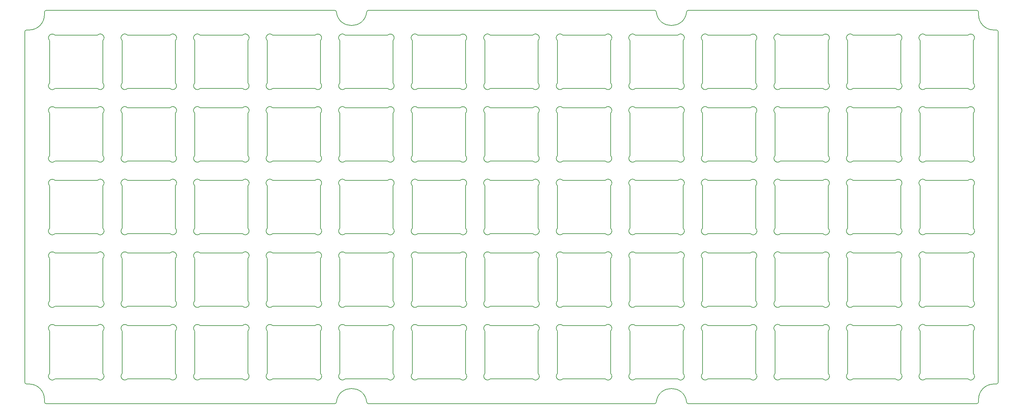
<source format=gm1>
G04 #@! TF.GenerationSoftware,KiCad,Pcbnew,5.1.9+dfsg1-1*
G04 #@! TF.CreationDate,2021-12-29T02:10:06+01:00*
G04 #@! TF.ProjectId,okey65-top-plate,6f6b6579-3635-42d7-946f-702d706c6174,rev?*
G04 #@! TF.SameCoordinates,Original*
G04 #@! TF.FileFunction,Profile,NP*
%FSLAX46Y46*%
G04 Gerber Fmt 4.6, Leading zero omitted, Abs format (unit mm)*
G04 Created by KiCad (PCBNEW 5.1.9+dfsg1-1) date 2021-12-29 02:10:06*
%MOMM*%
%LPD*%
G01*
G04 APERTURE LIST*
G04 #@! TA.AperFunction,Profile*
%ADD10C,0.200000*%
G04 #@! TD*
G04 APERTURE END LIST*
D10*
X236431893Y-134560679D02*
G75*
G02*
X235017679Y-135974893I-707107J-707107D01*
G01*
X122131893Y-104339107D02*
X122131893Y-115510679D01*
X108131893Y-134560679D02*
X108131893Y-123389106D01*
X127181893Y-85289107D02*
G75*
G02*
X128596107Y-83874893I707107J707107D01*
G01*
X90496107Y-155024893D02*
X101667680Y-155024893D01*
X127181893Y-123389105D02*
G75*
G02*
X128596107Y-121974893I707107J707106D01*
G01*
X185746106Y-83874893D02*
X196917679Y-83874893D01*
X44517680Y-64824893D02*
X33346107Y-64824893D01*
X44517681Y-64824893D02*
G75*
G02*
X45931893Y-66239107I707106J-707107D01*
G01*
X64981894Y-134560679D02*
G75*
G02*
X63567680Y-135974893I-707107J-707107D01*
G01*
X236431893Y-115510679D02*
G75*
G02*
X235017679Y-116924893I-707107J-707107D01*
G01*
X217381893Y-85289107D02*
X217381893Y-96460680D01*
X33346107Y-116924893D02*
G75*
G02*
X31931893Y-115510679I-707107J707107D01*
G01*
X160231893Y-134560679D02*
G75*
G02*
X158817679Y-135974893I-707107J-707107D01*
G01*
X255481893Y-85289107D02*
X255481893Y-96460680D01*
X255481893Y-96460681D02*
G75*
G02*
X254067679Y-97874893I-707107J-707106D01*
G01*
X158817679Y-135974893D02*
X147646107Y-135974893D01*
X222431892Y-123389106D02*
G75*
G02*
X223846106Y-121974892I707107J707107D01*
G01*
X215967679Y-141024893D02*
X204796106Y-141024893D01*
X141181893Y-134560679D02*
X141181893Y-123389106D01*
X127181893Y-123389106D02*
X127181893Y-134560679D01*
X84031893Y-123389106D02*
X84031893Y-134560679D01*
X274531893Y-153610679D02*
X274531893Y-142439106D01*
X50981893Y-85289107D02*
G75*
G02*
X52396107Y-83874893I707107J707107D01*
G01*
X203381893Y-66239107D02*
X203381893Y-77410680D01*
X203381892Y-66239107D02*
G75*
G02*
X204796106Y-64824893I707107J707107D01*
G01*
X127181893Y-115510679D02*
X127181893Y-104339107D01*
X241481893Y-134560679D02*
X241481893Y-123389106D01*
X71446107Y-155024893D02*
G75*
G02*
X70031893Y-153610679I-707107J707107D01*
G01*
X128596107Y-155024893D02*
G75*
G02*
X127181893Y-153610679I-707107J707107D01*
G01*
X165281892Y-123389105D02*
G75*
G02*
X166696106Y-121974893I707107J707106D01*
G01*
X31931893Y-96460680D02*
X31931893Y-85289107D01*
X109546107Y-78824893D02*
X120717680Y-78824893D01*
X90496107Y-78824894D02*
G75*
G02*
X89081893Y-77410680I-707107J707107D01*
G01*
X235017679Y-97874893D02*
X223846106Y-97874893D01*
X235017679Y-141024892D02*
G75*
G02*
X236431893Y-142439106I707107J-707107D01*
G01*
X260531893Y-66239107D02*
X260531893Y-77410680D01*
X260531892Y-66239107D02*
G75*
G02*
X261946106Y-64824893I707107J707107D01*
G01*
X31931893Y-142439106D02*
X31931893Y-153610679D01*
X242896106Y-78824893D02*
X254067679Y-78824893D01*
X223846105Y-78824894D02*
G75*
G02*
X222431893Y-77410680I-707106J707107D01*
G01*
X184331892Y-104339107D02*
G75*
G02*
X185746106Y-102924893I707107J707107D01*
G01*
X255481893Y-134560679D02*
G75*
G02*
X254067679Y-135974893I-707107J-707107D01*
G01*
X273117679Y-121974892D02*
G75*
G02*
X274531893Y-123389106I707107J-707107D01*
G01*
X165281893Y-85289107D02*
X165281893Y-96460680D01*
X215967679Y-102924893D02*
G75*
G02*
X217381893Y-104339107I707107J-707107D01*
G01*
X254067679Y-102924893D02*
G75*
G02*
X255481893Y-104339107I707107J-707107D01*
G01*
X196917679Y-116924893D02*
X185746106Y-116924893D01*
X204796106Y-78824893D02*
X215967679Y-78824893D01*
X185746105Y-78824894D02*
G75*
G02*
X184331893Y-77410680I-707106J707107D01*
G01*
X101667680Y-135974893D02*
X90496107Y-135974893D01*
X222431893Y-142439106D02*
X222431893Y-153610679D01*
X31931893Y-66239107D02*
X31931893Y-77410680D01*
X31931893Y-66239107D02*
G75*
G02*
X33346107Y-64824893I707107J707107D01*
G01*
X160231893Y-142439106D02*
X160231893Y-153610679D01*
X158817679Y-78824893D02*
X147646107Y-78824893D01*
X139767681Y-64824893D02*
G75*
G02*
X141181893Y-66239107I707106J-707107D01*
G01*
X255481893Y-77410680D02*
X255481893Y-66239107D01*
X255481893Y-77410681D02*
G75*
G02*
X254067679Y-78824893I-707107J-707106D01*
G01*
X139767681Y-83874893D02*
G75*
G02*
X141181893Y-85289107I707106J-707107D01*
G01*
X64981893Y-85289107D02*
X64981893Y-96460680D01*
X147646107Y-83874893D02*
X158817679Y-83874893D01*
X166696106Y-97874893D02*
X177867679Y-97874893D01*
X82617681Y-141024892D02*
G75*
G02*
X84031893Y-142439106I707106J-707107D01*
G01*
X44517681Y-102924893D02*
G75*
G02*
X45931893Y-104339107I707106J-707107D01*
G01*
X204796106Y-121974893D02*
X215967679Y-121974893D01*
X185746105Y-97874894D02*
G75*
G02*
X184331893Y-96460680I-707106J707107D01*
G01*
X71446107Y-116924893D02*
G75*
G02*
X70031893Y-115510679I-707107J707107D01*
G01*
X106759759Y-58299893D02*
G75*
G02*
X107256662Y-58744338I-1J-500000D01*
G01*
X31078466Y-58299893D02*
X106759758Y-58299893D01*
X191256661Y-161105449D02*
G75*
G02*
X190759757Y-161549893I-496904J55556D01*
G01*
X191256660Y-161105449D02*
G75*
G02*
X199207124Y-161105448I3975232J-444444D01*
G01*
X50981893Y-123389105D02*
G75*
G02*
X52396107Y-121974893I707107J707106D01*
G01*
X33346107Y-121974893D02*
X44517680Y-121974893D01*
X177867679Y-102924893D02*
G75*
G02*
X179281893Y-104339107I707107J-707107D01*
G01*
X52396107Y-78824893D02*
X63567680Y-78824893D01*
X33346107Y-78824894D02*
G75*
G02*
X31931893Y-77410680I-707107J707107D01*
G01*
X166696106Y-141024893D02*
X177867679Y-141024893D01*
X236431893Y-153610679D02*
G75*
G02*
X235017679Y-155024893I-707107J-707107D01*
G01*
X101667680Y-102924893D02*
X90496107Y-102924893D01*
X166696106Y-64824893D02*
X177867679Y-64824893D01*
X166696105Y-78824894D02*
G75*
G02*
X165281893Y-77410680I-707106J707107D01*
G01*
X223846105Y-116924893D02*
G75*
G02*
X222431893Y-115510679I-707106J707107D01*
G01*
X127181893Y-85289107D02*
X127181893Y-96460680D01*
X166696106Y-102924893D02*
X177867679Y-102924893D01*
X165281893Y-153610679D02*
X165281893Y-142439106D01*
X122131894Y-134560679D02*
G75*
G02*
X120717680Y-135974893I-707107J-707107D01*
G01*
X235017679Y-102924893D02*
X223846106Y-102924893D01*
X217381893Y-153610679D02*
G75*
G02*
X215967679Y-155024893I-707107J-707107D01*
G01*
X71446107Y-116924893D02*
X82617680Y-116924893D01*
X103081894Y-96460681D02*
G75*
G02*
X101667680Y-97874893I-707107J-707106D01*
G01*
X33346107Y-135974893D02*
G75*
G02*
X31931893Y-134560679I-707107J707107D01*
G01*
X33346107Y-116924893D02*
X44517680Y-116924893D01*
X122131893Y-77410680D02*
X122131893Y-66239107D01*
X122131894Y-77410681D02*
G75*
G02*
X120717680Y-78824893I-707107J-707106D01*
G01*
X108131893Y-96460680D02*
X108131893Y-85289107D01*
X203381893Y-104339107D02*
X203381893Y-115510679D01*
X260531892Y-142439105D02*
G75*
G02*
X261946106Y-141024893I707107J707106D01*
G01*
X242896106Y-83874893D02*
X254067679Y-83874893D01*
X242896105Y-97874894D02*
G75*
G02*
X241481893Y-96460680I-707106J707107D01*
G01*
X84031894Y-96460680D02*
G75*
G02*
X82617680Y-97874894I-707107J-707107D01*
G01*
X128596107Y-135974893D02*
X139767680Y-135974893D01*
X215967679Y-97874893D02*
X204796106Y-97874893D01*
X103081893Y-123389106D02*
X103081893Y-134560679D01*
X63567680Y-141024893D02*
X52396107Y-141024893D01*
X128596107Y-116924893D02*
G75*
G02*
X127181893Y-115510679I-707107J707107D01*
G01*
X273117679Y-102924893D02*
G75*
G02*
X274531893Y-104339107I707107J-707107D01*
G01*
X33346107Y-78824893D02*
X44517680Y-78824893D01*
X273117679Y-83874893D02*
G75*
G02*
X274531893Y-85289107I707107J-707107D01*
G01*
X241481892Y-142439105D02*
G75*
G02*
X242896106Y-141024893I707107J707106D01*
G01*
X31078466Y-161549893D02*
G75*
G02*
X30578466Y-161049893I0J500000D01*
G01*
X106759758Y-161549893D02*
X31078466Y-161549893D01*
X127181893Y-104339107D02*
G75*
G02*
X128596107Y-102924893I707107J707107D01*
G01*
X52396107Y-135974893D02*
G75*
G02*
X50981893Y-134560679I-707107J707107D01*
G01*
X31931893Y-134560679D02*
X31931893Y-123389106D01*
X122131894Y-153610679D02*
G75*
G02*
X120717680Y-155024893I-707107J-707107D01*
G01*
X45931894Y-134560679D02*
G75*
G02*
X44517680Y-135974893I-707107J-707107D01*
G01*
X71446107Y-155024893D02*
X82617680Y-155024893D01*
X179281893Y-96460681D02*
G75*
G02*
X177867679Y-97874893I-707107J-707106D01*
G01*
X90496107Y-83874893D02*
X101667680Y-83874893D01*
X108131893Y-85289107D02*
G75*
G02*
X109546107Y-83874893I707107J707107D01*
G01*
X70031893Y-96460680D02*
X70031893Y-85289107D01*
X45931894Y-96460681D02*
G75*
G02*
X44517680Y-97874893I-707107J-707106D01*
G01*
X64981893Y-115510679D02*
X64981893Y-104339107D01*
X146231893Y-77410680D02*
X146231893Y-66239107D01*
X146231893Y-66239107D02*
G75*
G02*
X147646107Y-64824893I707107J707107D01*
G01*
X236431893Y-123389106D02*
X236431893Y-134560679D01*
X215967679Y-121974892D02*
G75*
G02*
X217381893Y-123389106I707107J-707107D01*
G01*
X204796105Y-155024893D02*
G75*
G02*
X203381893Y-153610679I-707106J707107D01*
G01*
X101667681Y-102924893D02*
G75*
G02*
X103081893Y-104339107I707106J-707107D01*
G01*
X101667680Y-64824893D02*
X90496107Y-64824893D01*
X101667681Y-64824893D02*
G75*
G02*
X103081893Y-66239107I707106J-707107D01*
G01*
X44517680Y-135974893D02*
X33346107Y-135974893D01*
X273117679Y-64824893D02*
X261946106Y-64824893D01*
X273117679Y-64824893D02*
G75*
G02*
X274531893Y-66239107I707107J-707107D01*
G01*
X198331893Y-153610679D02*
X198331893Y-142439106D01*
X260531893Y-104339107D02*
X260531893Y-115510679D01*
X44517680Y-97874893D02*
X33346107Y-97874893D01*
X275385320Y-58299893D02*
G75*
G02*
X275885320Y-58799893I0J-500000D01*
G01*
X199704028Y-58299893D02*
X275385320Y-58299893D01*
X196917679Y-135974893D02*
X185746106Y-135974893D01*
X215967679Y-141024892D02*
G75*
G02*
X217381893Y-142439106I707107J-707107D01*
G01*
X241481893Y-66239107D02*
X241481893Y-77410680D01*
X241481892Y-66239107D02*
G75*
G02*
X242896106Y-64824893I707107J707107D01*
G01*
X139767680Y-155024893D02*
X128596107Y-155024893D01*
X147646107Y-64824893D02*
X158817679Y-64824893D01*
X147646107Y-78824894D02*
G75*
G02*
X146231893Y-77410680I-707107J707107D01*
G01*
X166696105Y-97874894D02*
G75*
G02*
X165281893Y-96460680I-707106J707107D01*
G01*
X33346107Y-155024893D02*
X44517680Y-155024893D01*
X273117679Y-135974893D02*
X261946106Y-135974893D01*
X198331893Y-85289107D02*
X198331893Y-96460680D01*
X185746105Y-116924893D02*
G75*
G02*
X184331893Y-115510679I-707106J707107D01*
G01*
X146231893Y-142439105D02*
G75*
G02*
X147646107Y-141024893I707107J707106D01*
G01*
X146231893Y-85289107D02*
G75*
G02*
X147646107Y-83874893I707107J707107D01*
G01*
X103081893Y-85289107D02*
X103081893Y-96460680D01*
X63567681Y-121974892D02*
G75*
G02*
X64981893Y-123389106I707106J-707107D01*
G01*
X70031893Y-142439106D02*
X70031893Y-153610679D01*
X165281892Y-142439105D02*
G75*
G02*
X166696106Y-141024893I707107J707106D01*
G01*
X185746106Y-155024893D02*
X196917679Y-155024893D01*
X166696105Y-135974893D02*
G75*
G02*
X165281893Y-134560679I-707106J707107D01*
G01*
X71446107Y-78824893D02*
X82617680Y-78824893D01*
X52396107Y-78824894D02*
G75*
G02*
X50981893Y-77410680I-707107J707107D01*
G01*
X63567680Y-102924893D02*
X52396107Y-102924893D01*
X177867679Y-78824893D02*
X166696106Y-78824893D01*
X158817679Y-64824893D02*
G75*
G02*
X160231893Y-66239107I707107J-707107D01*
G01*
X128596107Y-135974893D02*
G75*
G02*
X127181893Y-134560679I-707107J707107D01*
G01*
X89081893Y-104339107D02*
G75*
G02*
X90496107Y-102924893I707107J707107D01*
G01*
X25406893Y-63971466D02*
G75*
G02*
X25906893Y-63471466I500000J0D01*
G01*
X25406893Y-155878320D02*
X25406893Y-63971466D01*
X128596107Y-97874893D02*
X139767680Y-97874893D01*
X223846106Y-83874893D02*
X235017679Y-83874893D01*
X223846105Y-97874894D02*
G75*
G02*
X222431893Y-96460680I-707106J707107D01*
G01*
X128596107Y-64824893D02*
X139767680Y-64824893D01*
X128596107Y-78824894D02*
G75*
G02*
X127181893Y-77410680I-707107J707107D01*
G01*
X52396107Y-155024893D02*
X63567680Y-155024893D01*
X52396107Y-83874893D02*
X63567680Y-83874893D01*
X166696106Y-135974893D02*
X177867679Y-135974893D01*
X198331893Y-134560679D02*
G75*
G02*
X196917679Y-135974893I-707107J-707107D01*
G01*
X223846106Y-121974893D02*
X235017679Y-121974893D01*
X71446107Y-97874894D02*
G75*
G02*
X70031893Y-96460680I-707107J707107D01*
G01*
X185746105Y-135974893D02*
G75*
G02*
X184331893Y-134560679I-707106J707107D01*
G01*
X127181893Y-153610679D02*
X127181893Y-142439106D01*
X160231893Y-96460681D02*
G75*
G02*
X158817679Y-97874893I-707107J-707106D01*
G01*
X82617681Y-83874893D02*
G75*
G02*
X84031893Y-85289107I707106J-707107D01*
G01*
X45931893Y-77410680D02*
X45931893Y-66239107D01*
X45931894Y-77410681D02*
G75*
G02*
X44517680Y-78824893I-707107J-707106D01*
G01*
X275885320Y-161049893D02*
G75*
G02*
X275385320Y-161549893I-500000J0D01*
G01*
X275885320Y-160378320D02*
X275885320Y-161049893D01*
X108131893Y-123389105D02*
G75*
G02*
X109546107Y-121974893I707107J707106D01*
G01*
X89081893Y-142439105D02*
G75*
G02*
X90496107Y-141024893I707107J707106D01*
G01*
X90496107Y-135974893D02*
G75*
G02*
X89081893Y-134560679I-707107J707107D01*
G01*
X160231893Y-115510679D02*
G75*
G02*
X158817679Y-116924893I-707107J-707107D01*
G01*
X30578466Y-59471466D02*
G75*
G02*
X26578466Y-63471466I-4000000J0D01*
G01*
X25906893Y-63471466D02*
X26578466Y-63471466D01*
X70031893Y-85289107D02*
G75*
G02*
X71446107Y-83874893I707107J707107D01*
G01*
X242896106Y-155024893D02*
X254067679Y-155024893D01*
X146231893Y-115510679D02*
X146231893Y-104339107D01*
X158817679Y-116924893D02*
X147646107Y-116924893D01*
X184331892Y-123389105D02*
G75*
G02*
X185746106Y-121974893I707107J707106D01*
G01*
X179281893Y-134560679D02*
X179281893Y-123389106D01*
X184331893Y-115510679D02*
X184331893Y-104339107D01*
X82617680Y-97874893D02*
X71446107Y-97874893D01*
X122131893Y-123389106D02*
X122131893Y-134560679D01*
X235017679Y-121974892D02*
G75*
G02*
X236431893Y-123389106I707107J-707107D01*
G01*
X90496107Y-155024893D02*
G75*
G02*
X89081893Y-153610679I-707107J707107D01*
G01*
X274531893Y-85289107D02*
X274531893Y-96460680D01*
X274531893Y-96460680D02*
G75*
G02*
X273117679Y-97874894I-707107J-707107D01*
G01*
X222431892Y-142439105D02*
G75*
G02*
X223846106Y-141024893I707107J707106D01*
G01*
X236431893Y-85289107D02*
X236431893Y-96460680D01*
X236431893Y-96460681D02*
G75*
G02*
X235017679Y-97874893I-707107J-707106D01*
G01*
X115207124Y-58744337D02*
G75*
G02*
X107256662Y-58744338I-3975231J444444D01*
G01*
X139767680Y-116924893D02*
X128596107Y-116924893D01*
X63567681Y-102924893D02*
G75*
G02*
X64981893Y-104339107I707106J-707107D01*
G01*
X235017679Y-141024893D02*
X223846106Y-141024893D01*
X147646107Y-141024893D02*
X158817679Y-141024893D01*
X103081894Y-153610679D02*
G75*
G02*
X101667680Y-155024893I-707107J-707107D01*
G01*
X198331893Y-77410680D02*
X198331893Y-66239107D01*
X198331893Y-77410681D02*
G75*
G02*
X196917679Y-78824893I-707107J-707106D01*
G01*
X184331893Y-66239107D02*
X184331893Y-77410680D01*
X184331892Y-66239107D02*
G75*
G02*
X185746106Y-64824893I707107J707107D01*
G01*
X139767681Y-121974892D02*
G75*
G02*
X141181893Y-123389106I707106J-707107D01*
G01*
X274531893Y-134560679D02*
G75*
G02*
X273117679Y-135974893I-707107J-707107D01*
G01*
X89081893Y-66239107D02*
X89081893Y-77410680D01*
X89081893Y-66239107D02*
G75*
G02*
X90496107Y-64824893I707107J707107D01*
G01*
X260531893Y-96460680D02*
X260531893Y-85289107D01*
X260531892Y-85289107D02*
G75*
G02*
X261946106Y-83874893I707107J707107D01*
G01*
X179281893Y-104339107D02*
X179281893Y-115510679D01*
X109546107Y-116924893D02*
G75*
G02*
X108131893Y-115510679I-707107J707107D01*
G01*
X198331893Y-153610679D02*
G75*
G02*
X196917679Y-155024893I-707107J-707107D01*
G01*
X141181893Y-66239107D02*
X141181893Y-77410680D01*
X141181894Y-77410681D02*
G75*
G02*
X139767680Y-78824893I-707107J-707106D01*
G01*
X274531893Y-115510679D02*
G75*
G02*
X273117679Y-116924893I-707107J-707107D01*
G01*
X261946106Y-83874893D02*
X273117679Y-83874893D01*
X261946105Y-97874894D02*
G75*
G02*
X260531893Y-96460680I-707106J707107D01*
G01*
X255481893Y-115510679D02*
X255481893Y-104339107D01*
X254067679Y-141024893D02*
X242896106Y-141024893D01*
X204796105Y-97874894D02*
G75*
G02*
X203381893Y-96460680I-707106J707107D01*
G01*
X242896106Y-116924893D02*
X254067679Y-116924893D01*
X50981893Y-134560679D02*
X50981893Y-123389106D01*
X120717681Y-83874893D02*
G75*
G02*
X122131893Y-85289107I707106J-707107D01*
G01*
X242896105Y-155024893D02*
G75*
G02*
X241481893Y-153610679I-707106J707107D01*
G01*
X165281892Y-85289107D02*
G75*
G02*
X166696106Y-83874893I707107J707107D01*
G01*
X64981894Y-153610679D02*
G75*
G02*
X63567680Y-155024893I-707107J-707107D01*
G01*
X84031893Y-85289107D02*
X84031893Y-96460680D01*
X184331893Y-96460680D02*
X184331893Y-85289107D01*
X52396107Y-97874894D02*
G75*
G02*
X50981893Y-96460680I-707107J707107D01*
G01*
X70031893Y-104339107D02*
X70031893Y-115510679D01*
X273117679Y-141024892D02*
G75*
G02*
X274531893Y-142439106I707107J-707107D01*
G01*
X260531892Y-123389105D02*
G75*
G02*
X261946106Y-121974893I707107J707106D01*
G01*
X185746106Y-78824893D02*
X196917679Y-78824893D01*
X177867679Y-64824893D02*
G75*
G02*
X179281893Y-66239107I707107J-707107D01*
G01*
X120717680Y-97874893D02*
X109546107Y-97874893D01*
X222431893Y-104339107D02*
X222431893Y-115510679D01*
X70031893Y-134560679D02*
X70031893Y-123389106D01*
X89081893Y-142439106D02*
X89081893Y-153610679D01*
X274531893Y-153610679D02*
G75*
G02*
X273117679Y-155024893I-707107J-707107D01*
G01*
X108131893Y-104339107D02*
G75*
G02*
X109546107Y-102924893I707107J707107D01*
G01*
X165281893Y-123389106D02*
X165281893Y-134560679D01*
X89081893Y-123389105D02*
G75*
G02*
X90496107Y-121974893I707107J707106D01*
G01*
X198331893Y-104339107D02*
X198331893Y-115510679D01*
X242896105Y-135974893D02*
G75*
G02*
X241481893Y-134560679I-707106J707107D01*
G01*
X255481893Y-123389106D02*
X255481893Y-134560679D01*
X115207125Y-58744337D02*
G75*
G02*
X115704029Y-58299893I496904J-55556D01*
G01*
X261946105Y-78824894D02*
G75*
G02*
X260531893Y-77410680I-707106J707107D01*
G01*
X120717681Y-102924893D02*
G75*
G02*
X122131893Y-104339107I707106J-707107D01*
G01*
X223846105Y-135974893D02*
G75*
G02*
X222431893Y-134560679I-707106J707107D01*
G01*
X179281893Y-134560679D02*
G75*
G02*
X177867679Y-135974893I-707107J-707107D01*
G01*
X147646107Y-121974893D02*
X158817679Y-121974893D01*
X101667681Y-121974892D02*
G75*
G02*
X103081893Y-123389106I707106J-707107D01*
G01*
X120717680Y-141024893D02*
X109546107Y-141024893D01*
X279885320Y-63471466D02*
G75*
G02*
X275885320Y-59471466I0J4000000D01*
G01*
X275885320Y-58799893D02*
X275885320Y-59471466D01*
X71446107Y-83874893D02*
X82617680Y-83874893D01*
X217381893Y-77410680D02*
X217381893Y-66239107D01*
X217381893Y-77410681D02*
G75*
G02*
X215967679Y-78824893I-707107J-707106D01*
G01*
X141181893Y-142439106D02*
X141181893Y-153610679D01*
X128596107Y-141024893D02*
X139767680Y-141024893D01*
X90496107Y-116924893D02*
G75*
G02*
X89081893Y-115510679I-707107J707107D01*
G01*
X82617680Y-64824893D02*
X71446107Y-64824893D01*
X82617681Y-64824893D02*
G75*
G02*
X84031893Y-66239107I707106J-707107D01*
G01*
X179281893Y-153610679D02*
G75*
G02*
X177867679Y-155024893I-707107J-707107D01*
G01*
X179281893Y-142439106D02*
X179281893Y-153610679D01*
X52396107Y-121974893D02*
X63567680Y-121974893D01*
X120717680Y-116924893D02*
X109546107Y-116924893D01*
X82617680Y-135974893D02*
X71446107Y-135974893D01*
X52396107Y-155024893D02*
G75*
G02*
X50981893Y-153610679I-707107J707107D01*
G01*
X89081893Y-104339107D02*
X89081893Y-115510679D01*
X199207124Y-58744337D02*
G75*
G02*
X199704028Y-58299893I496904J-55556D01*
G01*
X199207123Y-58744337D02*
G75*
G02*
X191256661Y-58744338I-3975231J444444D01*
G01*
X31931893Y-104339107D02*
G75*
G02*
X33346107Y-102924893I707107J707107D01*
G01*
X101667680Y-141024893D02*
X90496107Y-141024893D01*
X274531893Y-77410680D02*
X274531893Y-66239107D01*
X274531893Y-77410681D02*
G75*
G02*
X273117679Y-78824893I-707107J-707106D01*
G01*
X254067679Y-102924893D02*
X242896106Y-102924893D01*
X273117679Y-102924893D02*
X261946106Y-102924893D01*
X203381893Y-142439106D02*
X203381893Y-153610679D01*
X84031893Y-153610679D02*
X84031893Y-142439106D01*
X236431893Y-153610679D02*
X236431893Y-142439106D01*
X261946106Y-121974893D02*
X273117679Y-121974893D01*
X147646107Y-135974893D02*
G75*
G02*
X146231893Y-134560679I-707107J707107D01*
G01*
X241481893Y-142439106D02*
X241481893Y-153610679D01*
X222431893Y-66239107D02*
X222431893Y-77410680D01*
X222431892Y-66239107D02*
G75*
G02*
X223846106Y-64824893I707107J707107D01*
G01*
X273117679Y-141024893D02*
X261946106Y-141024893D01*
X33346107Y-155024893D02*
G75*
G02*
X31931893Y-153610679I-707107J707107D01*
G01*
X223846106Y-78824893D02*
X235017679Y-78824893D01*
X204796105Y-78824894D02*
G75*
G02*
X203381893Y-77410680I-707106J707107D01*
G01*
X141181894Y-115510679D02*
G75*
G02*
X139767680Y-116924893I-707107J-707107D01*
G01*
X166696105Y-116924893D02*
G75*
G02*
X165281893Y-115510679I-707106J707107D01*
G01*
X45931894Y-153610679D02*
G75*
G02*
X44517680Y-155024893I-707107J-707107D01*
G01*
X90496107Y-116924893D02*
X101667680Y-116924893D01*
X63567680Y-64824893D02*
X52396107Y-64824893D01*
X63567681Y-64824893D02*
G75*
G02*
X64981893Y-66239107I707106J-707107D01*
G01*
X122131893Y-153610679D02*
X122131893Y-142439106D01*
X90496107Y-78824893D02*
X101667680Y-78824893D01*
X71446107Y-78824894D02*
G75*
G02*
X70031893Y-77410680I-707107J707107D01*
G01*
X63567680Y-97874893D02*
X52396107Y-97874893D01*
X70031893Y-142439105D02*
G75*
G02*
X71446107Y-141024893I707107J707106D01*
G01*
X158817679Y-141024892D02*
G75*
G02*
X160231893Y-142439106I707107J-707107D01*
G01*
X177867679Y-83874893D02*
X166696106Y-83874893D01*
X261946106Y-155024893D02*
X273117679Y-155024893D01*
X203381892Y-142439105D02*
G75*
G02*
X204796106Y-141024893I707107J707106D01*
G01*
X198331893Y-115510679D02*
G75*
G02*
X196917679Y-116924893I-707107J-707107D01*
G01*
X184331892Y-85289107D02*
G75*
G02*
X185746106Y-83874893I707107J707107D01*
G01*
X120717681Y-121974892D02*
G75*
G02*
X122131893Y-123389106I707106J-707107D01*
G01*
X44517681Y-83874893D02*
G75*
G02*
X45931893Y-85289107I707106J-707107D01*
G01*
X196917679Y-121974892D02*
G75*
G02*
X198331893Y-123389106I707107J-707107D01*
G01*
X222431892Y-104339107D02*
G75*
G02*
X223846106Y-102924893I707107J707107D01*
G01*
X215967679Y-102924893D02*
X204796106Y-102924893D01*
X82617681Y-102924893D02*
G75*
G02*
X84031893Y-104339107I707106J-707107D01*
G01*
X260531892Y-104339107D02*
G75*
G02*
X261946106Y-102924893I707107J707107D01*
G01*
X160231893Y-153610679D02*
G75*
G02*
X158817679Y-155024893I-707107J-707107D01*
G01*
X160231893Y-85289107D02*
X160231893Y-96460680D01*
X165281893Y-77410680D02*
X165281893Y-66239107D01*
X165281892Y-66239107D02*
G75*
G02*
X166696106Y-64824893I707107J707107D01*
G01*
X64981894Y-115510679D02*
G75*
G02*
X63567680Y-116924893I-707107J-707107D01*
G01*
X122131894Y-96460681D02*
G75*
G02*
X120717680Y-97874893I-707107J-707106D01*
G01*
X235017679Y-102924893D02*
G75*
G02*
X236431893Y-104339107I707107J-707107D01*
G01*
X26578466Y-156378320D02*
G75*
G02*
X30578466Y-160378320I0J-4000000D01*
G01*
X30578466Y-161049893D02*
X30578466Y-160378320D01*
X217381893Y-134560679D02*
G75*
G02*
X215967679Y-135974893I-707107J-707107D01*
G01*
X215967679Y-83874893D02*
G75*
G02*
X217381893Y-85289107I707107J-707107D01*
G01*
X127181893Y-77410680D02*
X127181893Y-66239107D01*
X127181893Y-66239107D02*
G75*
G02*
X128596107Y-64824893I707107J707107D01*
G01*
X179281893Y-115510679D02*
G75*
G02*
X177867679Y-116924893I-707107J-707107D01*
G01*
X141181893Y-96460680D02*
X141181893Y-85289107D01*
X217381893Y-115510679D02*
X217381893Y-104339107D01*
X120717681Y-141024892D02*
G75*
G02*
X122131893Y-142439106I707106J-707107D01*
G01*
X139767681Y-102924893D02*
G75*
G02*
X141181893Y-104339107I707106J-707107D01*
G01*
X199704027Y-161549893D02*
G75*
G02*
X199207124Y-161105448I1J500000D01*
G01*
X275385320Y-161549893D02*
X199704028Y-161549893D01*
X89081893Y-134560679D02*
X89081893Y-123389106D01*
X273117679Y-97874893D02*
X261946106Y-97874893D01*
X254067679Y-83874893D02*
G75*
G02*
X255481893Y-85289107I707107J-707107D01*
G01*
X196917679Y-141024892D02*
G75*
G02*
X198331893Y-142439106I707107J-707107D01*
G01*
X222431893Y-96460680D02*
X222431893Y-85289107D01*
X222431892Y-85289107D02*
G75*
G02*
X223846106Y-83874893I707107J707107D01*
G01*
X204796106Y-83874893D02*
X215967679Y-83874893D01*
X31931893Y-85289107D02*
G75*
G02*
X33346107Y-83874893I707107J707107D01*
G01*
X50981893Y-142439105D02*
G75*
G02*
X52396107Y-141024893I707107J707106D01*
G01*
X109546107Y-97874894D02*
G75*
G02*
X108131893Y-96460680I-707107J707107D01*
G01*
X89081893Y-96460680D02*
X89081893Y-85289107D01*
X103081894Y-115510679D02*
G75*
G02*
X101667680Y-116924893I-707107J-707107D01*
G01*
X52396107Y-116924893D02*
X63567680Y-116924893D01*
X107256662Y-161105449D02*
G75*
G02*
X106759758Y-161549893I-496904J55556D01*
G01*
X107256661Y-161105449D02*
G75*
G02*
X115207125Y-161105448I3975232J-444444D01*
G01*
X44517681Y-141024892D02*
G75*
G02*
X45931893Y-142439106I707106J-707107D01*
G01*
X242896105Y-116924893D02*
G75*
G02*
X241481893Y-115510679I-707106J707107D01*
G01*
X236431893Y-115510679D02*
X236431893Y-104339107D01*
X203381892Y-85289107D02*
G75*
G02*
X204796106Y-83874893I707107J707107D01*
G01*
X147646107Y-155024893D02*
G75*
G02*
X146231893Y-153610679I-707107J707107D01*
G01*
X146231893Y-96460680D02*
X146231893Y-85289107D01*
X160231893Y-123389106D02*
X160231893Y-134560679D01*
X190759758Y-58299893D02*
G75*
G02*
X191256661Y-58744338I-1J-500000D01*
G01*
X115704029Y-58299893D02*
X190759757Y-58299893D01*
X254067679Y-64824893D02*
X242896106Y-64824893D01*
X254067679Y-64824893D02*
G75*
G02*
X255481893Y-66239107I707107J-707107D01*
G01*
X254067679Y-121974892D02*
G75*
G02*
X255481893Y-123389106I707107J-707107D01*
G01*
X103081893Y-77410680D02*
X103081893Y-66239107D01*
X103081894Y-77410681D02*
G75*
G02*
X101667680Y-78824893I-707107J-707106D01*
G01*
X30578466Y-58799893D02*
G75*
G02*
X31078466Y-58299893I500000J0D01*
G01*
X30578466Y-59471466D02*
X30578466Y-58799893D01*
X64981893Y-77410680D02*
X64981893Y-66239107D01*
X64981894Y-77410681D02*
G75*
G02*
X63567680Y-78824893I-707107J-707106D01*
G01*
X115704028Y-161549893D02*
G75*
G02*
X115207125Y-161105448I1J500000D01*
G01*
X190759757Y-161549893D02*
X115704029Y-161549893D01*
X31931893Y-104339107D02*
X31931893Y-115510679D01*
X82617680Y-141024893D02*
X71446107Y-141024893D01*
X103081893Y-153610679D02*
X103081893Y-142439106D01*
X165281893Y-115510679D02*
X165281893Y-104339107D01*
X50981893Y-96460680D02*
X50981893Y-85289107D01*
X222431893Y-134560679D02*
X222431893Y-123389106D01*
X166696105Y-155024893D02*
G75*
G02*
X165281893Y-153610679I-707106J707107D01*
G01*
X274531893Y-115510679D02*
X274531893Y-104339107D01*
X63567681Y-83874893D02*
G75*
G02*
X64981893Y-85289107I707106J-707107D01*
G01*
X215967679Y-64824893D02*
X204796106Y-64824893D01*
X215967679Y-64824893D02*
G75*
G02*
X217381893Y-66239107I707107J-707107D01*
G01*
X108131893Y-115510679D02*
X108131893Y-104339107D01*
X146231893Y-134560679D02*
X146231893Y-123389106D01*
X63567680Y-135974893D02*
X52396107Y-135974893D01*
X196917679Y-97874893D02*
X185746106Y-97874893D01*
X261946106Y-116924893D02*
X273117679Y-116924893D01*
X179281893Y-96460680D02*
X179281893Y-85289107D01*
X254067679Y-97874893D02*
X242896106Y-97874893D01*
X235017679Y-83874893D02*
G75*
G02*
X236431893Y-85289107I707107J-707107D01*
G01*
X109546107Y-121974893D02*
X120717680Y-121974893D01*
X44517680Y-141024893D02*
X33346107Y-141024893D01*
X45931893Y-115510679D02*
X45931893Y-104339107D01*
X261946106Y-78824893D02*
X273117679Y-78824893D01*
X242896105Y-78824894D02*
G75*
G02*
X241481893Y-77410680I-707106J707107D01*
G01*
X33346107Y-83874893D02*
X44517680Y-83874893D01*
X235017679Y-64824893D02*
X223846106Y-64824893D01*
X235017679Y-64824893D02*
G75*
G02*
X236431893Y-66239107I707107J-707107D01*
G01*
X31931893Y-123389106D02*
G75*
G02*
X33346107Y-121974892I707107J707107D01*
G01*
X223846105Y-155024893D02*
G75*
G02*
X222431893Y-153610679I-707106J707107D01*
G01*
X70031893Y-123389105D02*
G75*
G02*
X71446107Y-121974893I707107J707106D01*
G01*
X177867679Y-121974893D02*
X166696106Y-121974893D01*
X64981893Y-123389106D02*
X64981893Y-134560679D01*
X84031894Y-134560679D02*
G75*
G02*
X82617680Y-135974893I-707107J-707107D01*
G01*
X254067679Y-135974893D02*
X242896106Y-135974893D01*
X44517681Y-121974892D02*
G75*
G02*
X45931893Y-123389106I707106J-707107D01*
G01*
X109546107Y-83874893D02*
X120717680Y-83874893D01*
X90496107Y-97874894D02*
G75*
G02*
X89081893Y-96460680I-707107J707107D01*
G01*
X147646107Y-97874894D02*
G75*
G02*
X146231893Y-96460680I-707107J707107D01*
G01*
X45931893Y-153610679D02*
X45931893Y-142439106D01*
X177867679Y-83874893D02*
G75*
G02*
X179281893Y-85289107I707107J-707107D01*
G01*
X203381892Y-123389105D02*
G75*
G02*
X204796106Y-121974893I707107J707106D01*
G01*
X184331893Y-134560679D02*
X184331893Y-123389106D01*
X109546107Y-135974893D02*
G75*
G02*
X108131893Y-134560679I-707107J707107D01*
G01*
X203381893Y-134560679D02*
X203381893Y-123389106D01*
X204796105Y-135974893D02*
G75*
G02*
X203381893Y-134560679I-707106J707107D01*
G01*
X90496107Y-121974893D02*
X101667680Y-121974893D01*
X177867679Y-116924893D02*
X166696106Y-116924893D01*
X84031894Y-153610679D02*
G75*
G02*
X82617680Y-155024893I-707107J-707107D01*
G01*
X158817679Y-83874893D02*
G75*
G02*
X160231893Y-85289107I707107J-707107D01*
G01*
X196917679Y-141024893D02*
X185746106Y-141024893D01*
X139767680Y-78824893D02*
X128596107Y-78824893D01*
X109546107Y-78824894D02*
G75*
G02*
X108131893Y-77410680I-707107J707107D01*
G01*
X141181893Y-104339107D02*
X141181893Y-115510679D01*
X203381893Y-96460680D02*
X203381893Y-85289107D01*
X84031894Y-115510679D02*
G75*
G02*
X82617680Y-116924893I-707107J-707107D01*
G01*
X255481893Y-153610679D02*
G75*
G02*
X254067679Y-155024893I-707107J-707107D01*
G01*
X70031893Y-104339107D02*
G75*
G02*
X71446107Y-102924893I707107J707107D01*
G01*
X50981893Y-104339107D02*
G75*
G02*
X52396107Y-102924893I707107J707107D01*
G01*
X185746106Y-121974893D02*
X196917679Y-121974893D01*
X261946105Y-116924893D02*
G75*
G02*
X260531893Y-115510679I-707106J707107D01*
G01*
X158817679Y-121974892D02*
G75*
G02*
X160231893Y-123389106I707107J-707107D01*
G01*
X198331893Y-123389106D02*
X198331893Y-134560679D01*
X217381893Y-123389106D02*
X217381893Y-134560679D01*
X185746105Y-155024893D02*
G75*
G02*
X184331893Y-153610679I-707106J707107D01*
G01*
X184331892Y-142439105D02*
G75*
G02*
X185746106Y-141024893I707107J707106D01*
G01*
X128596107Y-97874894D02*
G75*
G02*
X127181893Y-96460680I-707107J707107D01*
G01*
X203381892Y-104339107D02*
G75*
G02*
X204796106Y-102924893I707107J707107D01*
G01*
X146231893Y-123389105D02*
G75*
G02*
X147646107Y-121974893I707107J707106D01*
G01*
X109546107Y-155024893D02*
G75*
G02*
X108131893Y-153610679I-707107J707107D01*
G01*
X241481893Y-104339107D02*
X241481893Y-115510679D01*
X45931893Y-123389106D02*
X45931893Y-134560679D01*
X241481892Y-123389106D02*
G75*
G02*
X242896106Y-121974892I707107J707107D01*
G01*
X146231893Y-153610679D02*
X146231893Y-142439106D01*
X64981893Y-153610679D02*
X64981893Y-142439106D01*
X196917679Y-64824893D02*
X185746106Y-64824893D01*
X196917679Y-64824893D02*
G75*
G02*
X198331893Y-66239107I707107J-707107D01*
G01*
X64981894Y-96460680D02*
G75*
G02*
X63567680Y-97874894I-707107J-707107D01*
G01*
X255481893Y-153610679D02*
X255481893Y-142439106D01*
X177867679Y-141024892D02*
G75*
G02*
X179281893Y-142439106I707107J-707107D01*
G01*
X33346107Y-97874894D02*
G75*
G02*
X31931893Y-96460680I-707107J707107D01*
G01*
X274531893Y-123389106D02*
X274531893Y-134560679D01*
X185746106Y-102924893D02*
X196917679Y-102924893D01*
X45931893Y-85289107D02*
X45931893Y-96460680D01*
X198331893Y-96460681D02*
G75*
G02*
X196917679Y-97874893I-707107J-707106D01*
G01*
X50981893Y-142439106D02*
X50981893Y-153610679D01*
X242896106Y-121974893D02*
X254067679Y-121974893D01*
X275885320Y-160378320D02*
G75*
G02*
X279885320Y-156378320I4000000J0D01*
G01*
X280556893Y-156378320D02*
X279885320Y-156378320D01*
X223846106Y-116924893D02*
X235017679Y-116924893D01*
X179281893Y-66239107D02*
X179281893Y-77410680D01*
X179281893Y-77410681D02*
G75*
G02*
X177867679Y-78824893I-707107J-707106D01*
G01*
X204796105Y-116924893D02*
G75*
G02*
X203381893Y-115510679I-707106J707107D01*
G01*
X158817679Y-97874893D02*
X147646107Y-97874893D01*
X196917679Y-102924893D02*
G75*
G02*
X198331893Y-104339107I707107J-707107D01*
G01*
X177867679Y-155024893D02*
X166696106Y-155024893D01*
X158817679Y-155024893D02*
X147646107Y-155024893D01*
X71446107Y-135974893D02*
G75*
G02*
X70031893Y-134560679I-707107J707107D01*
G01*
X101667681Y-83874893D02*
G75*
G02*
X103081893Y-85289107I707106J-707107D01*
G01*
X184331893Y-142439106D02*
X184331893Y-153610679D01*
X31931893Y-142439105D02*
G75*
G02*
X33346107Y-141024893I707107J707106D01*
G01*
X241481892Y-104339107D02*
G75*
G02*
X242896106Y-102924893I707107J707107D01*
G01*
X82617681Y-121974892D02*
G75*
G02*
X84031893Y-123389106I707106J-707107D01*
G01*
X217381893Y-115510679D02*
G75*
G02*
X215967679Y-116924893I-707107J-707107D01*
G01*
X141181894Y-96460681D02*
G75*
G02*
X139767680Y-97874893I-707107J-707106D01*
G01*
X128596107Y-102924893D02*
X139767680Y-102924893D01*
X261946105Y-135974893D02*
G75*
G02*
X260531893Y-134560679I-707106J707107D01*
G01*
X204796106Y-116924893D02*
X215967679Y-116924893D01*
X158817679Y-102924893D02*
G75*
G02*
X160231893Y-104339107I707107J-707107D01*
G01*
X63567681Y-141024892D02*
G75*
G02*
X64981893Y-142439106I707106J-707107D01*
G01*
X89081893Y-85289107D02*
G75*
G02*
X90496107Y-83874893I707107J707107D01*
G01*
X139767680Y-83874893D02*
X128596107Y-83874893D01*
X141181894Y-134560679D02*
G75*
G02*
X139767680Y-135974893I-707107J-707107D01*
G01*
X217381893Y-153610679D02*
X217381893Y-142439106D01*
X109546107Y-102924893D02*
X120717680Y-102924893D01*
X241481893Y-96460680D02*
X241481893Y-85289107D01*
X241481892Y-85289107D02*
G75*
G02*
X242896106Y-83874893I707107J707107D01*
G01*
X44517680Y-102924893D02*
X33346107Y-102924893D01*
X70031893Y-66239107D02*
X70031893Y-77410680D01*
X70031893Y-66239107D02*
G75*
G02*
X71446107Y-64824893I707107J707107D01*
G01*
X255481893Y-115510679D02*
G75*
G02*
X254067679Y-116924893I-707107J-707107D01*
G01*
X260531893Y-134560679D02*
X260531893Y-123389106D01*
X52396107Y-116924893D02*
G75*
G02*
X50981893Y-115510679I-707107J707107D01*
G01*
X165281892Y-104339107D02*
G75*
G02*
X166696106Y-102924893I707107J707107D01*
G01*
X223846106Y-155024893D02*
X235017679Y-155024893D01*
X196917679Y-83874893D02*
G75*
G02*
X198331893Y-85289107I707107J-707107D01*
G01*
X147646107Y-116924893D02*
G75*
G02*
X146231893Y-115510679I-707107J707107D01*
G01*
X127181893Y-142439105D02*
G75*
G02*
X128596107Y-141024893I707107J707106D01*
G01*
X25906893Y-156378320D02*
G75*
G02*
X25406893Y-155878320I0J500000D01*
G01*
X26578466Y-156378320D02*
X25906893Y-156378320D01*
X236431893Y-77410680D02*
X236431893Y-66239107D01*
X236431893Y-77410681D02*
G75*
G02*
X235017679Y-78824893I-707107J-707106D01*
G01*
X254067679Y-141024892D02*
G75*
G02*
X255481893Y-142439106I707107J-707107D01*
G01*
X235017679Y-135974893D02*
X223846106Y-135974893D01*
X82617680Y-102924893D02*
X71446107Y-102924893D01*
X122131894Y-115510679D02*
G75*
G02*
X120717680Y-116924893I-707107J-707107D01*
G01*
X280556893Y-63471466D02*
G75*
G02*
X281056893Y-63971466I0J-500000D01*
G01*
X279885320Y-63471466D02*
X280556893Y-63471466D01*
X215967679Y-135974893D02*
X204796106Y-135974893D01*
X217381893Y-96460681D02*
G75*
G02*
X215967679Y-97874893I-707107J-707106D01*
G01*
X204796106Y-155024893D02*
X215967679Y-155024893D01*
X101667681Y-141024892D02*
G75*
G02*
X103081893Y-142439106I707106J-707107D01*
G01*
X84031893Y-77410680D02*
X84031893Y-66239107D01*
X84031894Y-77410681D02*
G75*
G02*
X82617680Y-78824893I-707107J-707106D01*
G01*
X139767681Y-141024892D02*
G75*
G02*
X141181893Y-142439106I707106J-707107D01*
G01*
X101667680Y-97874893D02*
X90496107Y-97874893D01*
X146231893Y-104339107D02*
G75*
G02*
X147646107Y-102924893I707107J707107D01*
G01*
X108131893Y-66239107D02*
X108131893Y-77410680D01*
X108131893Y-66239107D02*
G75*
G02*
X109546107Y-64824893I707107J707107D01*
G01*
X122131893Y-85289107D02*
X122131893Y-96460680D01*
X50981893Y-104339107D02*
X50981893Y-115510679D01*
X260531893Y-142439106D02*
X260531893Y-153610679D01*
X160231893Y-66239107D02*
X160231893Y-77410680D01*
X160231893Y-77410681D02*
G75*
G02*
X158817679Y-78824893I-707107J-707106D01*
G01*
X160231893Y-104339107D02*
X160231893Y-115510679D01*
X281056893Y-155878320D02*
G75*
G02*
X280556893Y-156378320I-500000J0D01*
G01*
X281056893Y-63971466D02*
X281056893Y-155878320D01*
X108131893Y-142439105D02*
G75*
G02*
X109546107Y-141024893I707107J707106D01*
G01*
X261946105Y-155024893D02*
G75*
G02*
X260531893Y-153610679I-707106J707107D01*
G01*
X108131893Y-142439106D02*
X108131893Y-153610679D01*
X120717680Y-135974893D02*
X109546107Y-135974893D01*
X139767680Y-121974893D02*
X128596107Y-121974893D01*
X120717680Y-64824893D02*
X109546107Y-64824893D01*
X120717681Y-64824893D02*
G75*
G02*
X122131893Y-66239107I707106J-707107D01*
G01*
X103081894Y-134560679D02*
G75*
G02*
X101667680Y-135974893I-707107J-707107D01*
G01*
X147646107Y-102924893D02*
X158817679Y-102924893D01*
X103081893Y-115510679D02*
X103081893Y-104339107D01*
X45931894Y-115510679D02*
G75*
G02*
X44517680Y-116924893I-707107J-707107D01*
G01*
X177867679Y-121974892D02*
G75*
G02*
X179281893Y-123389106I707107J-707107D01*
G01*
X71446107Y-121974893D02*
X82617680Y-121974893D01*
X141181894Y-153610679D02*
G75*
G02*
X139767680Y-155024893I-707107J-707107D01*
G01*
X109546107Y-155024893D02*
X120717680Y-155024893D01*
X84031893Y-115510679D02*
X84031893Y-104339107D01*
X50981893Y-66239107D02*
X50981893Y-77410680D01*
X50981893Y-66239107D02*
G75*
G02*
X52396107Y-64824893I707107J707107D01*
G01*
M02*

</source>
